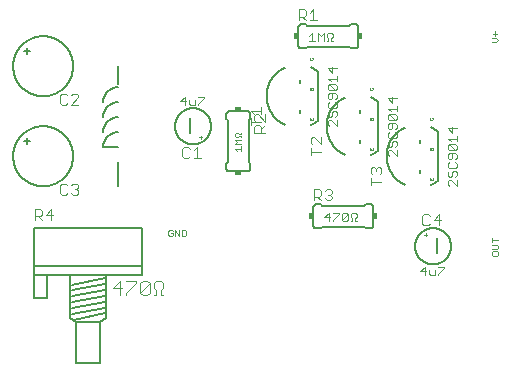
<source format=gto>
G75*
%MOIN*%
%OFA0B0*%
%FSLAX25Y25*%
%IPPOS*%
%LPD*%
%AMOC8*
5,1,8,0,0,1.08239X$1,22.5*
%
%ADD10C,0.00300*%
%ADD11C,0.00500*%
%ADD12R,0.00900X0.05400*%
%ADD13C,0.00600*%
%ADD14C,0.00200*%
%ADD15R,0.01500X0.02000*%
%ADD16C,0.00400*%
%ADD17R,0.02000X0.01500*%
%ADD18C,0.00800*%
%ADD19C,0.00100*%
D10*
X0028166Y0048987D02*
X0028166Y0052690D01*
X0030018Y0052690D01*
X0030635Y0052073D01*
X0030635Y0050839D01*
X0030018Y0050221D01*
X0028166Y0050221D01*
X0029401Y0050221D02*
X0030635Y0048987D01*
X0031850Y0050839D02*
X0034318Y0050839D01*
X0033701Y0052690D02*
X0033701Y0048987D01*
X0031850Y0050839D02*
X0033701Y0052690D01*
X0037284Y0057487D02*
X0038518Y0057487D01*
X0039135Y0058104D01*
X0040350Y0058104D02*
X0040967Y0057487D01*
X0042201Y0057487D01*
X0042818Y0058104D01*
X0042818Y0058721D01*
X0042201Y0059339D01*
X0041584Y0059339D01*
X0042201Y0059339D02*
X0042818Y0059956D01*
X0042818Y0060573D01*
X0042201Y0061190D01*
X0040967Y0061190D01*
X0040350Y0060573D01*
X0039135Y0060573D02*
X0038518Y0061190D01*
X0037284Y0061190D01*
X0036666Y0060573D01*
X0036666Y0058104D01*
X0037284Y0057487D01*
X0077483Y0070354D02*
X0078101Y0069737D01*
X0079335Y0069737D01*
X0079952Y0070354D01*
X0081166Y0069737D02*
X0083635Y0069737D01*
X0082401Y0069737D02*
X0082401Y0073440D01*
X0081166Y0072206D01*
X0079952Y0072823D02*
X0079335Y0073440D01*
X0078101Y0073440D01*
X0077483Y0072823D01*
X0077483Y0070354D01*
X0083516Y0076087D02*
X0083516Y0076587D01*
X0083016Y0076587D01*
X0083516Y0076587D02*
X0083516Y0077087D01*
X0083516Y0076587D02*
X0084016Y0076587D01*
X0082640Y0087237D02*
X0082640Y0087721D01*
X0084575Y0089656D01*
X0084575Y0090139D01*
X0082640Y0090139D01*
X0081628Y0089172D02*
X0081628Y0087237D01*
X0080177Y0087237D01*
X0079693Y0087721D01*
X0079693Y0089172D01*
X0078682Y0088688D02*
X0076747Y0088688D01*
X0078198Y0090139D01*
X0078198Y0087237D01*
X0042818Y0087487D02*
X0040350Y0087487D01*
X0042818Y0089956D01*
X0042818Y0090573D01*
X0042201Y0091190D01*
X0040967Y0091190D01*
X0040350Y0090573D01*
X0039135Y0090573D02*
X0038518Y0091190D01*
X0037284Y0091190D01*
X0036666Y0090573D01*
X0036666Y0088104D01*
X0037284Y0087487D01*
X0038518Y0087487D01*
X0039135Y0088104D01*
X0119766Y0108587D02*
X0121701Y0108587D01*
X0119766Y0108587D01*
X0120734Y0108587D02*
X0120734Y0111489D01*
X0119766Y0110522D01*
X0120734Y0111489D01*
X0120734Y0108587D01*
X0122713Y0108587D02*
X0122713Y0111489D01*
X0123680Y0110522D01*
X0124648Y0111489D01*
X0124648Y0108587D01*
X0124648Y0111489D01*
X0123680Y0110522D01*
X0122713Y0111489D01*
X0122713Y0108587D01*
X0125660Y0108587D02*
X0126143Y0108587D01*
X0126143Y0109554D01*
X0125660Y0110038D01*
X0125660Y0111006D01*
X0126143Y0111489D01*
X0127111Y0111489D01*
X0127594Y0111006D01*
X0127594Y0110038D01*
X0127111Y0109554D01*
X0127111Y0108587D01*
X0127594Y0108587D01*
X0127111Y0108587D01*
X0127111Y0109554D01*
X0127594Y0110038D01*
X0127594Y0111006D01*
X0127111Y0111489D01*
X0126143Y0111489D01*
X0125660Y0111006D01*
X0125660Y0110038D01*
X0126143Y0109554D01*
X0126143Y0108587D01*
X0125660Y0108587D01*
X0127415Y0100101D02*
X0127415Y0098166D01*
X0125964Y0099617D01*
X0128866Y0099617D01*
X0128866Y0097155D02*
X0128866Y0095220D01*
X0128866Y0096187D02*
X0125964Y0096187D01*
X0126931Y0095220D01*
X0126448Y0094208D02*
X0128383Y0092273D01*
X0128866Y0092757D01*
X0128866Y0093724D01*
X0128383Y0094208D01*
X0126448Y0094208D01*
X0125964Y0093724D01*
X0125964Y0092757D01*
X0126448Y0092273D01*
X0128383Y0092273D01*
X0128383Y0091262D02*
X0126448Y0091262D01*
X0125964Y0090778D01*
X0125964Y0089810D01*
X0126448Y0089327D01*
X0126931Y0089327D01*
X0127415Y0089810D01*
X0127415Y0091262D01*
X0128383Y0091262D02*
X0128866Y0090778D01*
X0128866Y0089810D01*
X0128383Y0089327D01*
X0128383Y0088315D02*
X0128866Y0087831D01*
X0128866Y0086864D01*
X0128383Y0086380D01*
X0126448Y0086380D01*
X0125964Y0086864D01*
X0125964Y0087831D01*
X0126448Y0088315D01*
X0126448Y0085369D02*
X0125964Y0084885D01*
X0125964Y0083917D01*
X0126448Y0083434D01*
X0126931Y0083434D01*
X0127415Y0083917D01*
X0127415Y0084885D01*
X0127899Y0085369D01*
X0128383Y0085369D01*
X0128866Y0084885D01*
X0128866Y0083917D01*
X0128383Y0083434D01*
X0128866Y0082422D02*
X0128866Y0080487D01*
X0126931Y0082422D01*
X0126448Y0082422D01*
X0125964Y0081938D01*
X0125964Y0080971D01*
X0126448Y0080487D01*
X0145964Y0080778D02*
X0145964Y0079810D01*
X0146448Y0079327D01*
X0146931Y0079327D01*
X0147415Y0079810D01*
X0147415Y0081262D01*
X0146448Y0081262D02*
X0145964Y0080778D01*
X0146448Y0081262D02*
X0148383Y0081262D01*
X0148866Y0080778D01*
X0148866Y0079810D01*
X0148383Y0079327D01*
X0148383Y0078315D02*
X0148866Y0077831D01*
X0148866Y0076864D01*
X0148383Y0076380D01*
X0146448Y0076380D01*
X0145964Y0076864D01*
X0145964Y0077831D01*
X0146448Y0078315D01*
X0146448Y0075369D02*
X0145964Y0074885D01*
X0145964Y0073917D01*
X0146448Y0073434D01*
X0146931Y0073434D01*
X0147415Y0073917D01*
X0147415Y0074885D01*
X0147899Y0075369D01*
X0148383Y0075369D01*
X0148866Y0074885D01*
X0148866Y0073917D01*
X0148383Y0073434D01*
X0148866Y0072422D02*
X0148866Y0070487D01*
X0146931Y0072422D01*
X0146448Y0072422D01*
X0145964Y0071938D01*
X0145964Y0070971D01*
X0146448Y0070487D01*
X0146448Y0082273D02*
X0145964Y0082757D01*
X0145964Y0083724D01*
X0146448Y0084208D01*
X0148383Y0082273D01*
X0148866Y0082757D01*
X0148866Y0083724D01*
X0148383Y0084208D01*
X0146448Y0084208D01*
X0146931Y0085220D02*
X0145964Y0086187D01*
X0148866Y0086187D01*
X0148866Y0085220D02*
X0148866Y0087155D01*
X0147415Y0088166D02*
X0147415Y0090101D01*
X0145964Y0089617D02*
X0147415Y0088166D01*
X0148866Y0089617D02*
X0145964Y0089617D01*
X0146448Y0082273D02*
X0148383Y0082273D01*
X0165964Y0079617D02*
X0167415Y0078166D01*
X0167415Y0080101D01*
X0168866Y0079617D02*
X0165964Y0079617D01*
X0168866Y0077155D02*
X0168866Y0075220D01*
X0168866Y0076187D02*
X0165964Y0076187D01*
X0166931Y0075220D01*
X0166448Y0074208D02*
X0165964Y0073724D01*
X0165964Y0072757D01*
X0166448Y0072273D01*
X0168383Y0072273D01*
X0166448Y0074208D01*
X0168383Y0074208D01*
X0168866Y0073724D01*
X0168866Y0072757D01*
X0168383Y0072273D01*
X0168383Y0071262D02*
X0166448Y0071262D01*
X0165964Y0070778D01*
X0165964Y0069810D01*
X0166448Y0069327D01*
X0166931Y0069327D01*
X0167415Y0069810D01*
X0167415Y0071262D01*
X0168383Y0071262D02*
X0168866Y0070778D01*
X0168866Y0069810D01*
X0168383Y0069327D01*
X0168383Y0068315D02*
X0168866Y0067831D01*
X0168866Y0066864D01*
X0168383Y0066380D01*
X0166448Y0066380D01*
X0165964Y0066864D01*
X0165964Y0067831D01*
X0166448Y0068315D01*
X0166448Y0065369D02*
X0165964Y0064885D01*
X0165964Y0063917D01*
X0166448Y0063434D01*
X0166931Y0063434D01*
X0167415Y0063917D01*
X0167415Y0064885D01*
X0167899Y0065369D01*
X0168383Y0065369D01*
X0168866Y0064885D01*
X0168866Y0063917D01*
X0168383Y0063434D01*
X0168866Y0062422D02*
X0168866Y0060487D01*
X0166931Y0062422D01*
X0166448Y0062422D01*
X0165964Y0061938D01*
X0165964Y0060971D01*
X0166448Y0060487D01*
X0163018Y0050940D02*
X0161166Y0049089D01*
X0163635Y0049089D01*
X0163018Y0050940D02*
X0163018Y0047237D01*
X0159952Y0047854D02*
X0159335Y0047237D01*
X0158101Y0047237D01*
X0157483Y0047854D01*
X0157483Y0050323D01*
X0158101Y0050940D01*
X0159335Y0050940D01*
X0159952Y0050323D01*
X0158516Y0044587D02*
X0158516Y0044087D01*
X0159016Y0044087D01*
X0158516Y0044087D02*
X0158516Y0043587D01*
X0158516Y0044087D02*
X0158016Y0044087D01*
X0158198Y0033439D02*
X0156747Y0031988D01*
X0158682Y0031988D01*
X0159693Y0032472D02*
X0159693Y0031021D01*
X0160177Y0030537D01*
X0161628Y0030537D01*
X0161628Y0032472D01*
X0162640Y0033439D02*
X0164575Y0033439D01*
X0164575Y0032956D01*
X0162640Y0031021D01*
X0162640Y0030537D01*
X0158198Y0030537D02*
X0158198Y0033439D01*
X0135541Y0048587D02*
X0135057Y0048587D01*
X0135057Y0049554D01*
X0135541Y0050038D01*
X0135541Y0051006D01*
X0135057Y0051489D01*
X0134090Y0051489D01*
X0133606Y0051006D01*
X0133606Y0050038D01*
X0134090Y0049554D01*
X0134090Y0048587D01*
X0133606Y0048587D01*
X0134090Y0048587D01*
X0134090Y0049554D01*
X0133606Y0050038D01*
X0133606Y0051006D01*
X0134090Y0051489D01*
X0135057Y0051489D01*
X0135541Y0051006D01*
X0135541Y0050038D01*
X0135057Y0049554D01*
X0135057Y0048587D01*
X0135541Y0048587D01*
X0132594Y0049071D02*
X0132594Y0051006D01*
X0130660Y0049071D01*
X0131143Y0048587D01*
X0132111Y0048587D01*
X0132594Y0049071D01*
X0132111Y0048587D01*
X0131143Y0048587D01*
X0130660Y0049071D01*
X0130660Y0051006D01*
X0131143Y0051489D01*
X0132111Y0051489D01*
X0132594Y0051006D01*
X0130660Y0049071D01*
X0130660Y0051006D01*
X0131143Y0051489D01*
X0132111Y0051489D01*
X0132594Y0051006D01*
X0132594Y0049071D01*
X0129648Y0051006D02*
X0127713Y0049071D01*
X0127713Y0048587D01*
X0127713Y0049071D01*
X0129648Y0051006D01*
X0129648Y0051489D01*
X0127713Y0051489D01*
X0129648Y0051489D01*
X0129648Y0051006D01*
X0126701Y0050038D02*
X0124766Y0050038D01*
X0126218Y0051489D01*
X0126218Y0048587D01*
X0126218Y0051489D01*
X0124766Y0050038D01*
X0126701Y0050038D01*
D11*
X0156516Y0064809D02*
X0156516Y0065865D01*
X0162516Y0062089D02*
X0162516Y0078585D01*
X0156516Y0075865D02*
X0156516Y0074809D01*
X0160394Y0079883D02*
X0160619Y0079776D01*
X0160842Y0079664D01*
X0161062Y0079547D01*
X0161279Y0079425D01*
X0161494Y0079297D01*
X0161705Y0079164D01*
X0161913Y0079027D01*
X0162117Y0078884D01*
X0162319Y0078737D01*
X0162516Y0078585D01*
X0151544Y0079837D02*
X0151314Y0079725D01*
X0151087Y0079608D01*
X0150863Y0079486D01*
X0150642Y0079358D01*
X0150425Y0079224D01*
X0150210Y0079086D01*
X0149999Y0078942D01*
X0149792Y0078793D01*
X0149588Y0078639D01*
X0149388Y0078481D01*
X0149192Y0078317D01*
X0149000Y0078149D01*
X0148812Y0077976D01*
X0148628Y0077798D01*
X0148449Y0077617D01*
X0148274Y0077430D01*
X0148104Y0077240D01*
X0147939Y0077046D01*
X0147778Y0076847D01*
X0147622Y0076645D01*
X0147471Y0076439D01*
X0147325Y0076229D01*
X0147185Y0076016D01*
X0147049Y0075800D01*
X0146919Y0075580D01*
X0146794Y0075357D01*
X0146675Y0075132D01*
X0146561Y0074903D01*
X0146453Y0074672D01*
X0146350Y0074438D01*
X0146253Y0074202D01*
X0146162Y0073963D01*
X0146077Y0073723D01*
X0145997Y0073480D01*
X0145924Y0073235D01*
X0145856Y0072989D01*
X0145795Y0072741D01*
X0145740Y0072492D01*
X0145690Y0072242D01*
X0145647Y0071990D01*
X0145610Y0071737D01*
X0145579Y0071484D01*
X0145554Y0071230D01*
X0145535Y0070975D01*
X0145523Y0070720D01*
X0145517Y0070465D01*
X0145517Y0070209D01*
X0145523Y0069954D01*
X0145535Y0069699D01*
X0145554Y0069444D01*
X0145579Y0069190D01*
X0145610Y0068937D01*
X0145647Y0068684D01*
X0145690Y0068432D01*
X0145740Y0068182D01*
X0145795Y0067933D01*
X0145856Y0067685D01*
X0145924Y0067439D01*
X0145997Y0067194D01*
X0146077Y0066951D01*
X0146162Y0066711D01*
X0146253Y0066472D01*
X0146350Y0066236D01*
X0146453Y0066002D01*
X0146561Y0065771D01*
X0146675Y0065542D01*
X0146794Y0065317D01*
X0146919Y0065094D01*
X0147049Y0064874D01*
X0147185Y0064658D01*
X0147325Y0064445D01*
X0147471Y0064235D01*
X0147622Y0064029D01*
X0147778Y0063827D01*
X0147939Y0063628D01*
X0148104Y0063434D01*
X0148274Y0063244D01*
X0148449Y0063057D01*
X0148628Y0062876D01*
X0148812Y0062698D01*
X0149000Y0062525D01*
X0149192Y0062357D01*
X0149388Y0062193D01*
X0149588Y0062035D01*
X0149792Y0061881D01*
X0149999Y0061732D01*
X0150210Y0061588D01*
X0150425Y0061450D01*
X0150642Y0061316D01*
X0150863Y0061188D01*
X0151087Y0061066D01*
X0151314Y0060949D01*
X0151544Y0060837D01*
X0160488Y0060835D02*
X0160703Y0060939D01*
X0160916Y0061048D01*
X0161126Y0061162D01*
X0161333Y0061281D01*
X0161538Y0061404D01*
X0161740Y0061532D01*
X0161939Y0061665D01*
X0162134Y0061802D01*
X0162327Y0061943D01*
X0162516Y0062089D01*
X0142516Y0072089D02*
X0142516Y0088585D01*
X0136516Y0085865D02*
X0136516Y0084809D01*
X0140394Y0089883D02*
X0140619Y0089776D01*
X0140842Y0089664D01*
X0141062Y0089547D01*
X0141279Y0089425D01*
X0141494Y0089297D01*
X0141705Y0089164D01*
X0141913Y0089027D01*
X0142117Y0088884D01*
X0142319Y0088737D01*
X0142516Y0088585D01*
X0131544Y0089837D02*
X0131314Y0089725D01*
X0131087Y0089608D01*
X0130863Y0089486D01*
X0130642Y0089358D01*
X0130425Y0089224D01*
X0130210Y0089086D01*
X0129999Y0088942D01*
X0129792Y0088793D01*
X0129588Y0088639D01*
X0129388Y0088481D01*
X0129192Y0088317D01*
X0129000Y0088149D01*
X0128812Y0087976D01*
X0128628Y0087798D01*
X0128449Y0087617D01*
X0128274Y0087430D01*
X0128104Y0087240D01*
X0127939Y0087046D01*
X0127778Y0086847D01*
X0127622Y0086645D01*
X0127471Y0086439D01*
X0127325Y0086229D01*
X0127185Y0086016D01*
X0127049Y0085800D01*
X0126919Y0085580D01*
X0126794Y0085357D01*
X0126675Y0085132D01*
X0126561Y0084903D01*
X0126453Y0084672D01*
X0126350Y0084438D01*
X0126253Y0084202D01*
X0126162Y0083963D01*
X0126077Y0083723D01*
X0125997Y0083480D01*
X0125924Y0083235D01*
X0125856Y0082989D01*
X0125795Y0082741D01*
X0125740Y0082492D01*
X0125690Y0082242D01*
X0125647Y0081990D01*
X0125610Y0081737D01*
X0125579Y0081484D01*
X0125554Y0081230D01*
X0125535Y0080975D01*
X0125523Y0080720D01*
X0125517Y0080465D01*
X0125517Y0080209D01*
X0125523Y0079954D01*
X0125535Y0079699D01*
X0125554Y0079444D01*
X0125579Y0079190D01*
X0125610Y0078937D01*
X0125647Y0078684D01*
X0125690Y0078432D01*
X0125740Y0078182D01*
X0125795Y0077933D01*
X0125856Y0077685D01*
X0125924Y0077439D01*
X0125997Y0077194D01*
X0126077Y0076951D01*
X0126162Y0076711D01*
X0126253Y0076472D01*
X0126350Y0076236D01*
X0126453Y0076002D01*
X0126561Y0075771D01*
X0126675Y0075542D01*
X0126794Y0075317D01*
X0126919Y0075094D01*
X0127049Y0074874D01*
X0127185Y0074658D01*
X0127325Y0074445D01*
X0127471Y0074235D01*
X0127622Y0074029D01*
X0127778Y0073827D01*
X0127939Y0073628D01*
X0128104Y0073434D01*
X0128274Y0073244D01*
X0128449Y0073057D01*
X0128628Y0072876D01*
X0128812Y0072698D01*
X0129000Y0072525D01*
X0129192Y0072357D01*
X0129388Y0072193D01*
X0129588Y0072035D01*
X0129792Y0071881D01*
X0129999Y0071732D01*
X0130210Y0071588D01*
X0130425Y0071450D01*
X0130642Y0071316D01*
X0130863Y0071188D01*
X0131087Y0071066D01*
X0131314Y0070949D01*
X0131544Y0070837D01*
X0136516Y0074809D02*
X0136516Y0075865D01*
X0140488Y0070835D02*
X0140703Y0070939D01*
X0140916Y0071048D01*
X0141126Y0071162D01*
X0141333Y0071281D01*
X0141538Y0071404D01*
X0141740Y0071532D01*
X0141939Y0071665D01*
X0142134Y0071802D01*
X0142327Y0071943D01*
X0142516Y0072089D01*
X0122516Y0082089D02*
X0122516Y0098585D01*
X0116516Y0095865D02*
X0116516Y0094809D01*
X0120394Y0099883D02*
X0120619Y0099776D01*
X0120842Y0099664D01*
X0121062Y0099547D01*
X0121279Y0099425D01*
X0121494Y0099297D01*
X0121705Y0099164D01*
X0121913Y0099027D01*
X0122117Y0098884D01*
X0122319Y0098737D01*
X0122516Y0098585D01*
X0111544Y0099837D02*
X0111314Y0099725D01*
X0111087Y0099608D01*
X0110863Y0099486D01*
X0110642Y0099358D01*
X0110425Y0099224D01*
X0110210Y0099086D01*
X0109999Y0098942D01*
X0109792Y0098793D01*
X0109588Y0098639D01*
X0109388Y0098481D01*
X0109192Y0098317D01*
X0109000Y0098149D01*
X0108812Y0097976D01*
X0108628Y0097798D01*
X0108449Y0097617D01*
X0108274Y0097430D01*
X0108104Y0097240D01*
X0107939Y0097046D01*
X0107778Y0096847D01*
X0107622Y0096645D01*
X0107471Y0096439D01*
X0107325Y0096229D01*
X0107185Y0096016D01*
X0107049Y0095800D01*
X0106919Y0095580D01*
X0106794Y0095357D01*
X0106675Y0095132D01*
X0106561Y0094903D01*
X0106453Y0094672D01*
X0106350Y0094438D01*
X0106253Y0094202D01*
X0106162Y0093963D01*
X0106077Y0093723D01*
X0105997Y0093480D01*
X0105924Y0093235D01*
X0105856Y0092989D01*
X0105795Y0092741D01*
X0105740Y0092492D01*
X0105690Y0092242D01*
X0105647Y0091990D01*
X0105610Y0091737D01*
X0105579Y0091484D01*
X0105554Y0091230D01*
X0105535Y0090975D01*
X0105523Y0090720D01*
X0105517Y0090465D01*
X0105517Y0090209D01*
X0105523Y0089954D01*
X0105535Y0089699D01*
X0105554Y0089444D01*
X0105579Y0089190D01*
X0105610Y0088937D01*
X0105647Y0088684D01*
X0105690Y0088432D01*
X0105740Y0088182D01*
X0105795Y0087933D01*
X0105856Y0087685D01*
X0105924Y0087439D01*
X0105997Y0087194D01*
X0106077Y0086951D01*
X0106162Y0086711D01*
X0106253Y0086472D01*
X0106350Y0086236D01*
X0106453Y0086002D01*
X0106561Y0085771D01*
X0106675Y0085542D01*
X0106794Y0085317D01*
X0106919Y0085094D01*
X0107049Y0084874D01*
X0107185Y0084658D01*
X0107325Y0084445D01*
X0107471Y0084235D01*
X0107622Y0084029D01*
X0107778Y0083827D01*
X0107939Y0083628D01*
X0108104Y0083434D01*
X0108274Y0083244D01*
X0108449Y0083057D01*
X0108628Y0082876D01*
X0108812Y0082698D01*
X0109000Y0082525D01*
X0109192Y0082357D01*
X0109388Y0082193D01*
X0109588Y0082035D01*
X0109792Y0081881D01*
X0109999Y0081732D01*
X0110210Y0081588D01*
X0110425Y0081450D01*
X0110642Y0081316D01*
X0110863Y0081188D01*
X0111087Y0081066D01*
X0111314Y0080949D01*
X0111544Y0080837D01*
X0116516Y0084809D02*
X0116516Y0085865D01*
X0120488Y0080835D02*
X0120703Y0080939D01*
X0120916Y0081048D01*
X0121126Y0081162D01*
X0121333Y0081281D01*
X0121538Y0081404D01*
X0121740Y0081532D01*
X0121939Y0081665D01*
X0122134Y0081802D01*
X0122327Y0081943D01*
X0122516Y0082089D01*
X0075016Y0080337D02*
X0075018Y0080491D01*
X0075024Y0080646D01*
X0075034Y0080800D01*
X0075048Y0080954D01*
X0075066Y0081107D01*
X0075087Y0081260D01*
X0075113Y0081413D01*
X0075143Y0081564D01*
X0075176Y0081715D01*
X0075214Y0081865D01*
X0075255Y0082014D01*
X0075300Y0082162D01*
X0075349Y0082308D01*
X0075402Y0082454D01*
X0075458Y0082597D01*
X0075518Y0082740D01*
X0075582Y0082880D01*
X0075649Y0083020D01*
X0075720Y0083157D01*
X0075794Y0083292D01*
X0075872Y0083426D01*
X0075953Y0083557D01*
X0076038Y0083686D01*
X0076126Y0083814D01*
X0076217Y0083938D01*
X0076311Y0084061D01*
X0076409Y0084181D01*
X0076509Y0084298D01*
X0076613Y0084413D01*
X0076719Y0084525D01*
X0076828Y0084634D01*
X0076940Y0084740D01*
X0077055Y0084844D01*
X0077172Y0084944D01*
X0077292Y0085042D01*
X0077415Y0085136D01*
X0077539Y0085227D01*
X0077667Y0085315D01*
X0077796Y0085400D01*
X0077927Y0085481D01*
X0078061Y0085559D01*
X0078196Y0085633D01*
X0078333Y0085704D01*
X0078473Y0085771D01*
X0078613Y0085835D01*
X0078756Y0085895D01*
X0078899Y0085951D01*
X0079045Y0086004D01*
X0079191Y0086053D01*
X0079339Y0086098D01*
X0079488Y0086139D01*
X0079638Y0086177D01*
X0079789Y0086210D01*
X0079940Y0086240D01*
X0080093Y0086266D01*
X0080246Y0086287D01*
X0080399Y0086305D01*
X0080553Y0086319D01*
X0080707Y0086329D01*
X0080862Y0086335D01*
X0081016Y0086337D01*
X0081170Y0086335D01*
X0081325Y0086329D01*
X0081479Y0086319D01*
X0081633Y0086305D01*
X0081786Y0086287D01*
X0081939Y0086266D01*
X0082092Y0086240D01*
X0082243Y0086210D01*
X0082394Y0086177D01*
X0082544Y0086139D01*
X0082693Y0086098D01*
X0082841Y0086053D01*
X0082987Y0086004D01*
X0083133Y0085951D01*
X0083276Y0085895D01*
X0083419Y0085835D01*
X0083559Y0085771D01*
X0083699Y0085704D01*
X0083836Y0085633D01*
X0083971Y0085559D01*
X0084105Y0085481D01*
X0084236Y0085400D01*
X0084365Y0085315D01*
X0084493Y0085227D01*
X0084617Y0085136D01*
X0084740Y0085042D01*
X0084860Y0084944D01*
X0084977Y0084844D01*
X0085092Y0084740D01*
X0085204Y0084634D01*
X0085313Y0084525D01*
X0085419Y0084413D01*
X0085523Y0084298D01*
X0085623Y0084181D01*
X0085721Y0084061D01*
X0085815Y0083938D01*
X0085906Y0083814D01*
X0085994Y0083686D01*
X0086079Y0083557D01*
X0086160Y0083426D01*
X0086238Y0083292D01*
X0086312Y0083157D01*
X0086383Y0083020D01*
X0086450Y0082880D01*
X0086514Y0082740D01*
X0086574Y0082597D01*
X0086630Y0082454D01*
X0086683Y0082308D01*
X0086732Y0082162D01*
X0086777Y0082014D01*
X0086818Y0081865D01*
X0086856Y0081715D01*
X0086889Y0081564D01*
X0086919Y0081413D01*
X0086945Y0081260D01*
X0086966Y0081107D01*
X0086984Y0080954D01*
X0086998Y0080800D01*
X0087008Y0080646D01*
X0087014Y0080491D01*
X0087016Y0080337D01*
X0087014Y0080183D01*
X0087008Y0080028D01*
X0086998Y0079874D01*
X0086984Y0079720D01*
X0086966Y0079567D01*
X0086945Y0079414D01*
X0086919Y0079261D01*
X0086889Y0079110D01*
X0086856Y0078959D01*
X0086818Y0078809D01*
X0086777Y0078660D01*
X0086732Y0078512D01*
X0086683Y0078366D01*
X0086630Y0078220D01*
X0086574Y0078077D01*
X0086514Y0077934D01*
X0086450Y0077794D01*
X0086383Y0077654D01*
X0086312Y0077517D01*
X0086238Y0077382D01*
X0086160Y0077248D01*
X0086079Y0077117D01*
X0085994Y0076988D01*
X0085906Y0076860D01*
X0085815Y0076736D01*
X0085721Y0076613D01*
X0085623Y0076493D01*
X0085523Y0076376D01*
X0085419Y0076261D01*
X0085313Y0076149D01*
X0085204Y0076040D01*
X0085092Y0075934D01*
X0084977Y0075830D01*
X0084860Y0075730D01*
X0084740Y0075632D01*
X0084617Y0075538D01*
X0084493Y0075447D01*
X0084365Y0075359D01*
X0084236Y0075274D01*
X0084105Y0075193D01*
X0083971Y0075115D01*
X0083836Y0075041D01*
X0083699Y0074970D01*
X0083559Y0074903D01*
X0083419Y0074839D01*
X0083276Y0074779D01*
X0083133Y0074723D01*
X0082987Y0074670D01*
X0082841Y0074621D01*
X0082693Y0074576D01*
X0082544Y0074535D01*
X0082394Y0074497D01*
X0082243Y0074464D01*
X0082092Y0074434D01*
X0081939Y0074408D01*
X0081786Y0074387D01*
X0081633Y0074369D01*
X0081479Y0074355D01*
X0081325Y0074345D01*
X0081170Y0074339D01*
X0081016Y0074337D01*
X0080862Y0074339D01*
X0080707Y0074345D01*
X0080553Y0074355D01*
X0080399Y0074369D01*
X0080246Y0074387D01*
X0080093Y0074408D01*
X0079940Y0074434D01*
X0079789Y0074464D01*
X0079638Y0074497D01*
X0079488Y0074535D01*
X0079339Y0074576D01*
X0079191Y0074621D01*
X0079045Y0074670D01*
X0078899Y0074723D01*
X0078756Y0074779D01*
X0078613Y0074839D01*
X0078473Y0074903D01*
X0078333Y0074970D01*
X0078196Y0075041D01*
X0078061Y0075115D01*
X0077927Y0075193D01*
X0077796Y0075274D01*
X0077667Y0075359D01*
X0077539Y0075447D01*
X0077415Y0075538D01*
X0077292Y0075632D01*
X0077172Y0075730D01*
X0077055Y0075830D01*
X0076940Y0075934D01*
X0076828Y0076040D01*
X0076719Y0076149D01*
X0076613Y0076261D01*
X0076509Y0076376D01*
X0076409Y0076493D01*
X0076311Y0076613D01*
X0076217Y0076736D01*
X0076126Y0076860D01*
X0076038Y0076988D01*
X0075953Y0077117D01*
X0075872Y0077248D01*
X0075794Y0077382D01*
X0075720Y0077517D01*
X0075649Y0077654D01*
X0075582Y0077794D01*
X0075518Y0077934D01*
X0075458Y0078077D01*
X0075402Y0078220D01*
X0075349Y0078366D01*
X0075300Y0078512D01*
X0075255Y0078660D01*
X0075214Y0078809D01*
X0075176Y0078959D01*
X0075143Y0079110D01*
X0075113Y0079261D01*
X0075087Y0079414D01*
X0075066Y0079567D01*
X0075048Y0079720D01*
X0075034Y0079874D01*
X0075024Y0080028D01*
X0075018Y0080183D01*
X0075016Y0080337D01*
X0056016Y0083337D02*
X0055876Y0083335D01*
X0055736Y0083329D01*
X0055596Y0083319D01*
X0055456Y0083306D01*
X0055317Y0083288D01*
X0055178Y0083266D01*
X0055041Y0083241D01*
X0054903Y0083212D01*
X0054767Y0083179D01*
X0054632Y0083142D01*
X0054498Y0083101D01*
X0054365Y0083056D01*
X0054233Y0083008D01*
X0054103Y0082956D01*
X0053974Y0082901D01*
X0053847Y0082842D01*
X0053721Y0082779D01*
X0053597Y0082713D01*
X0053476Y0082644D01*
X0053356Y0082571D01*
X0053238Y0082494D01*
X0053123Y0082415D01*
X0053009Y0082332D01*
X0052899Y0082246D01*
X0052790Y0082157D01*
X0052684Y0082065D01*
X0052581Y0081970D01*
X0052480Y0081873D01*
X0052383Y0081772D01*
X0052288Y0081669D01*
X0052196Y0081563D01*
X0052107Y0081454D01*
X0052021Y0081344D01*
X0051938Y0081230D01*
X0051859Y0081115D01*
X0051782Y0080997D01*
X0051709Y0080877D01*
X0051640Y0080756D01*
X0051574Y0080632D01*
X0051511Y0080506D01*
X0051452Y0080379D01*
X0051397Y0080250D01*
X0051345Y0080120D01*
X0051297Y0079988D01*
X0051252Y0079855D01*
X0051211Y0079721D01*
X0051174Y0079586D01*
X0051141Y0079450D01*
X0051112Y0079312D01*
X0051087Y0079175D01*
X0051065Y0079036D01*
X0051047Y0078897D01*
X0051034Y0078757D01*
X0051024Y0078617D01*
X0051018Y0078477D01*
X0051016Y0078337D01*
X0051016Y0073337D02*
X0056016Y0073337D01*
X0056016Y0078337D02*
X0055876Y0078335D01*
X0055736Y0078329D01*
X0055596Y0078319D01*
X0055456Y0078306D01*
X0055317Y0078288D01*
X0055178Y0078266D01*
X0055041Y0078241D01*
X0054903Y0078212D01*
X0054767Y0078179D01*
X0054632Y0078142D01*
X0054498Y0078101D01*
X0054365Y0078056D01*
X0054233Y0078008D01*
X0054103Y0077956D01*
X0053974Y0077901D01*
X0053847Y0077842D01*
X0053721Y0077779D01*
X0053597Y0077713D01*
X0053476Y0077644D01*
X0053356Y0077571D01*
X0053238Y0077494D01*
X0053123Y0077415D01*
X0053009Y0077332D01*
X0052899Y0077246D01*
X0052790Y0077157D01*
X0052684Y0077065D01*
X0052581Y0076970D01*
X0052480Y0076873D01*
X0052383Y0076772D01*
X0052288Y0076669D01*
X0052196Y0076563D01*
X0052107Y0076454D01*
X0052021Y0076344D01*
X0051938Y0076230D01*
X0051859Y0076115D01*
X0051782Y0075997D01*
X0051709Y0075877D01*
X0051640Y0075756D01*
X0051574Y0075632D01*
X0051511Y0075506D01*
X0051452Y0075379D01*
X0051397Y0075250D01*
X0051345Y0075120D01*
X0051297Y0074988D01*
X0051252Y0074855D01*
X0051211Y0074721D01*
X0051174Y0074586D01*
X0051141Y0074450D01*
X0051112Y0074312D01*
X0051087Y0074175D01*
X0051065Y0074036D01*
X0051047Y0073897D01*
X0051034Y0073757D01*
X0051024Y0073617D01*
X0051018Y0073477D01*
X0051016Y0073337D01*
X0056016Y0068337D02*
X0056016Y0060337D01*
X0051016Y0083337D02*
X0051018Y0083477D01*
X0051024Y0083617D01*
X0051034Y0083757D01*
X0051047Y0083897D01*
X0051065Y0084036D01*
X0051087Y0084175D01*
X0051112Y0084312D01*
X0051141Y0084450D01*
X0051174Y0084586D01*
X0051211Y0084721D01*
X0051252Y0084855D01*
X0051297Y0084988D01*
X0051345Y0085120D01*
X0051397Y0085250D01*
X0051452Y0085379D01*
X0051511Y0085506D01*
X0051574Y0085632D01*
X0051640Y0085756D01*
X0051709Y0085877D01*
X0051782Y0085997D01*
X0051859Y0086115D01*
X0051938Y0086230D01*
X0052021Y0086344D01*
X0052107Y0086454D01*
X0052196Y0086563D01*
X0052288Y0086669D01*
X0052383Y0086772D01*
X0052480Y0086873D01*
X0052581Y0086970D01*
X0052684Y0087065D01*
X0052790Y0087157D01*
X0052899Y0087246D01*
X0053009Y0087332D01*
X0053123Y0087415D01*
X0053238Y0087494D01*
X0053356Y0087571D01*
X0053476Y0087644D01*
X0053597Y0087713D01*
X0053721Y0087779D01*
X0053847Y0087842D01*
X0053974Y0087901D01*
X0054103Y0087956D01*
X0054233Y0088008D01*
X0054365Y0088056D01*
X0054498Y0088101D01*
X0054632Y0088142D01*
X0054767Y0088179D01*
X0054903Y0088212D01*
X0055041Y0088241D01*
X0055178Y0088266D01*
X0055317Y0088288D01*
X0055456Y0088306D01*
X0055596Y0088319D01*
X0055736Y0088329D01*
X0055876Y0088335D01*
X0056016Y0088337D01*
X0056016Y0093337D02*
X0055876Y0093335D01*
X0055736Y0093329D01*
X0055596Y0093319D01*
X0055456Y0093306D01*
X0055317Y0093288D01*
X0055178Y0093266D01*
X0055041Y0093241D01*
X0054903Y0093212D01*
X0054767Y0093179D01*
X0054632Y0093142D01*
X0054498Y0093101D01*
X0054365Y0093056D01*
X0054233Y0093008D01*
X0054103Y0092956D01*
X0053974Y0092901D01*
X0053847Y0092842D01*
X0053721Y0092779D01*
X0053597Y0092713D01*
X0053476Y0092644D01*
X0053356Y0092571D01*
X0053238Y0092494D01*
X0053123Y0092415D01*
X0053009Y0092332D01*
X0052899Y0092246D01*
X0052790Y0092157D01*
X0052684Y0092065D01*
X0052581Y0091970D01*
X0052480Y0091873D01*
X0052383Y0091772D01*
X0052288Y0091669D01*
X0052196Y0091563D01*
X0052107Y0091454D01*
X0052021Y0091344D01*
X0051938Y0091230D01*
X0051859Y0091115D01*
X0051782Y0090997D01*
X0051709Y0090877D01*
X0051640Y0090756D01*
X0051574Y0090632D01*
X0051511Y0090506D01*
X0051452Y0090379D01*
X0051397Y0090250D01*
X0051345Y0090120D01*
X0051297Y0089988D01*
X0051252Y0089855D01*
X0051211Y0089721D01*
X0051174Y0089586D01*
X0051141Y0089450D01*
X0051112Y0089312D01*
X0051087Y0089175D01*
X0051065Y0089036D01*
X0051047Y0088897D01*
X0051034Y0088757D01*
X0051024Y0088617D01*
X0051018Y0088477D01*
X0051016Y0088337D01*
X0056016Y0094337D02*
X0056016Y0100337D01*
X0155016Y0040337D02*
X0155018Y0040491D01*
X0155024Y0040646D01*
X0155034Y0040800D01*
X0155048Y0040954D01*
X0155066Y0041107D01*
X0155087Y0041260D01*
X0155113Y0041413D01*
X0155143Y0041564D01*
X0155176Y0041715D01*
X0155214Y0041865D01*
X0155255Y0042014D01*
X0155300Y0042162D01*
X0155349Y0042308D01*
X0155402Y0042454D01*
X0155458Y0042597D01*
X0155518Y0042740D01*
X0155582Y0042880D01*
X0155649Y0043020D01*
X0155720Y0043157D01*
X0155794Y0043292D01*
X0155872Y0043426D01*
X0155953Y0043557D01*
X0156038Y0043686D01*
X0156126Y0043814D01*
X0156217Y0043938D01*
X0156311Y0044061D01*
X0156409Y0044181D01*
X0156509Y0044298D01*
X0156613Y0044413D01*
X0156719Y0044525D01*
X0156828Y0044634D01*
X0156940Y0044740D01*
X0157055Y0044844D01*
X0157172Y0044944D01*
X0157292Y0045042D01*
X0157415Y0045136D01*
X0157539Y0045227D01*
X0157667Y0045315D01*
X0157796Y0045400D01*
X0157927Y0045481D01*
X0158061Y0045559D01*
X0158196Y0045633D01*
X0158333Y0045704D01*
X0158473Y0045771D01*
X0158613Y0045835D01*
X0158756Y0045895D01*
X0158899Y0045951D01*
X0159045Y0046004D01*
X0159191Y0046053D01*
X0159339Y0046098D01*
X0159488Y0046139D01*
X0159638Y0046177D01*
X0159789Y0046210D01*
X0159940Y0046240D01*
X0160093Y0046266D01*
X0160246Y0046287D01*
X0160399Y0046305D01*
X0160553Y0046319D01*
X0160707Y0046329D01*
X0160862Y0046335D01*
X0161016Y0046337D01*
X0161170Y0046335D01*
X0161325Y0046329D01*
X0161479Y0046319D01*
X0161633Y0046305D01*
X0161786Y0046287D01*
X0161939Y0046266D01*
X0162092Y0046240D01*
X0162243Y0046210D01*
X0162394Y0046177D01*
X0162544Y0046139D01*
X0162693Y0046098D01*
X0162841Y0046053D01*
X0162987Y0046004D01*
X0163133Y0045951D01*
X0163276Y0045895D01*
X0163419Y0045835D01*
X0163559Y0045771D01*
X0163699Y0045704D01*
X0163836Y0045633D01*
X0163971Y0045559D01*
X0164105Y0045481D01*
X0164236Y0045400D01*
X0164365Y0045315D01*
X0164493Y0045227D01*
X0164617Y0045136D01*
X0164740Y0045042D01*
X0164860Y0044944D01*
X0164977Y0044844D01*
X0165092Y0044740D01*
X0165204Y0044634D01*
X0165313Y0044525D01*
X0165419Y0044413D01*
X0165523Y0044298D01*
X0165623Y0044181D01*
X0165721Y0044061D01*
X0165815Y0043938D01*
X0165906Y0043814D01*
X0165994Y0043686D01*
X0166079Y0043557D01*
X0166160Y0043426D01*
X0166238Y0043292D01*
X0166312Y0043157D01*
X0166383Y0043020D01*
X0166450Y0042880D01*
X0166514Y0042740D01*
X0166574Y0042597D01*
X0166630Y0042454D01*
X0166683Y0042308D01*
X0166732Y0042162D01*
X0166777Y0042014D01*
X0166818Y0041865D01*
X0166856Y0041715D01*
X0166889Y0041564D01*
X0166919Y0041413D01*
X0166945Y0041260D01*
X0166966Y0041107D01*
X0166984Y0040954D01*
X0166998Y0040800D01*
X0167008Y0040646D01*
X0167014Y0040491D01*
X0167016Y0040337D01*
X0167014Y0040183D01*
X0167008Y0040028D01*
X0166998Y0039874D01*
X0166984Y0039720D01*
X0166966Y0039567D01*
X0166945Y0039414D01*
X0166919Y0039261D01*
X0166889Y0039110D01*
X0166856Y0038959D01*
X0166818Y0038809D01*
X0166777Y0038660D01*
X0166732Y0038512D01*
X0166683Y0038366D01*
X0166630Y0038220D01*
X0166574Y0038077D01*
X0166514Y0037934D01*
X0166450Y0037794D01*
X0166383Y0037654D01*
X0166312Y0037517D01*
X0166238Y0037382D01*
X0166160Y0037248D01*
X0166079Y0037117D01*
X0165994Y0036988D01*
X0165906Y0036860D01*
X0165815Y0036736D01*
X0165721Y0036613D01*
X0165623Y0036493D01*
X0165523Y0036376D01*
X0165419Y0036261D01*
X0165313Y0036149D01*
X0165204Y0036040D01*
X0165092Y0035934D01*
X0164977Y0035830D01*
X0164860Y0035730D01*
X0164740Y0035632D01*
X0164617Y0035538D01*
X0164493Y0035447D01*
X0164365Y0035359D01*
X0164236Y0035274D01*
X0164105Y0035193D01*
X0163971Y0035115D01*
X0163836Y0035041D01*
X0163699Y0034970D01*
X0163559Y0034903D01*
X0163419Y0034839D01*
X0163276Y0034779D01*
X0163133Y0034723D01*
X0162987Y0034670D01*
X0162841Y0034621D01*
X0162693Y0034576D01*
X0162544Y0034535D01*
X0162394Y0034497D01*
X0162243Y0034464D01*
X0162092Y0034434D01*
X0161939Y0034408D01*
X0161786Y0034387D01*
X0161633Y0034369D01*
X0161479Y0034355D01*
X0161325Y0034345D01*
X0161170Y0034339D01*
X0161016Y0034337D01*
X0160862Y0034339D01*
X0160707Y0034345D01*
X0160553Y0034355D01*
X0160399Y0034369D01*
X0160246Y0034387D01*
X0160093Y0034408D01*
X0159940Y0034434D01*
X0159789Y0034464D01*
X0159638Y0034497D01*
X0159488Y0034535D01*
X0159339Y0034576D01*
X0159191Y0034621D01*
X0159045Y0034670D01*
X0158899Y0034723D01*
X0158756Y0034779D01*
X0158613Y0034839D01*
X0158473Y0034903D01*
X0158333Y0034970D01*
X0158196Y0035041D01*
X0158061Y0035115D01*
X0157927Y0035193D01*
X0157796Y0035274D01*
X0157667Y0035359D01*
X0157539Y0035447D01*
X0157415Y0035538D01*
X0157292Y0035632D01*
X0157172Y0035730D01*
X0157055Y0035830D01*
X0156940Y0035934D01*
X0156828Y0036040D01*
X0156719Y0036149D01*
X0156613Y0036261D01*
X0156509Y0036376D01*
X0156409Y0036493D01*
X0156311Y0036613D01*
X0156217Y0036736D01*
X0156126Y0036860D01*
X0156038Y0036988D01*
X0155953Y0037117D01*
X0155872Y0037248D01*
X0155794Y0037382D01*
X0155720Y0037517D01*
X0155649Y0037654D01*
X0155582Y0037794D01*
X0155518Y0037934D01*
X0155458Y0038077D01*
X0155402Y0038220D01*
X0155349Y0038366D01*
X0155300Y0038512D01*
X0155255Y0038660D01*
X0155214Y0038809D01*
X0155176Y0038959D01*
X0155143Y0039110D01*
X0155113Y0039261D01*
X0155087Y0039414D01*
X0155066Y0039567D01*
X0155048Y0039720D01*
X0155034Y0039874D01*
X0155024Y0040028D01*
X0155018Y0040183D01*
X0155016Y0040337D01*
D12*
X0162166Y0040337D03*
X0079866Y0080337D03*
D13*
X0092016Y0082837D02*
X0092016Y0084337D01*
X0092018Y0084397D01*
X0092023Y0084458D01*
X0092032Y0084517D01*
X0092045Y0084576D01*
X0092061Y0084635D01*
X0092081Y0084692D01*
X0092104Y0084747D01*
X0092131Y0084802D01*
X0092160Y0084854D01*
X0092193Y0084905D01*
X0092229Y0084954D01*
X0092267Y0085000D01*
X0092309Y0085044D01*
X0092353Y0085086D01*
X0092399Y0085124D01*
X0092448Y0085160D01*
X0092499Y0085193D01*
X0092551Y0085222D01*
X0092606Y0085249D01*
X0092661Y0085272D01*
X0092718Y0085292D01*
X0092777Y0085308D01*
X0092836Y0085321D01*
X0092895Y0085330D01*
X0092956Y0085335D01*
X0093016Y0085337D01*
X0099016Y0085337D01*
X0099076Y0085335D01*
X0099137Y0085330D01*
X0099196Y0085321D01*
X0099255Y0085308D01*
X0099314Y0085292D01*
X0099371Y0085272D01*
X0099426Y0085249D01*
X0099481Y0085222D01*
X0099533Y0085193D01*
X0099584Y0085160D01*
X0099633Y0085124D01*
X0099679Y0085086D01*
X0099723Y0085044D01*
X0099765Y0085000D01*
X0099803Y0084954D01*
X0099839Y0084905D01*
X0099872Y0084854D01*
X0099901Y0084802D01*
X0099928Y0084747D01*
X0099951Y0084692D01*
X0099971Y0084635D01*
X0099987Y0084576D01*
X0100000Y0084517D01*
X0100009Y0084458D01*
X0100014Y0084397D01*
X0100016Y0084337D01*
X0100016Y0082837D01*
X0099516Y0082337D01*
X0099516Y0068337D01*
X0100016Y0067837D01*
X0100016Y0066337D01*
X0100014Y0066277D01*
X0100009Y0066216D01*
X0100000Y0066157D01*
X0099987Y0066098D01*
X0099971Y0066039D01*
X0099951Y0065982D01*
X0099928Y0065927D01*
X0099901Y0065872D01*
X0099872Y0065820D01*
X0099839Y0065769D01*
X0099803Y0065720D01*
X0099765Y0065674D01*
X0099723Y0065630D01*
X0099679Y0065588D01*
X0099633Y0065550D01*
X0099584Y0065514D01*
X0099533Y0065481D01*
X0099481Y0065452D01*
X0099426Y0065425D01*
X0099371Y0065402D01*
X0099314Y0065382D01*
X0099255Y0065366D01*
X0099196Y0065353D01*
X0099137Y0065344D01*
X0099076Y0065339D01*
X0099016Y0065337D01*
X0093016Y0065337D01*
X0092956Y0065339D01*
X0092895Y0065344D01*
X0092836Y0065353D01*
X0092777Y0065366D01*
X0092718Y0065382D01*
X0092661Y0065402D01*
X0092606Y0065425D01*
X0092551Y0065452D01*
X0092499Y0065481D01*
X0092448Y0065514D01*
X0092399Y0065550D01*
X0092353Y0065588D01*
X0092309Y0065630D01*
X0092267Y0065674D01*
X0092229Y0065720D01*
X0092193Y0065769D01*
X0092160Y0065820D01*
X0092131Y0065872D01*
X0092104Y0065927D01*
X0092081Y0065982D01*
X0092061Y0066039D01*
X0092045Y0066098D01*
X0092032Y0066157D01*
X0092023Y0066216D01*
X0092018Y0066277D01*
X0092016Y0066337D01*
X0092016Y0067837D01*
X0092516Y0068337D01*
X0092516Y0082337D01*
X0092016Y0082837D01*
X0092016Y0084337D02*
X0092018Y0084397D01*
X0092023Y0084458D01*
X0092032Y0084517D01*
X0092045Y0084576D01*
X0092061Y0084635D01*
X0092081Y0084692D01*
X0092104Y0084747D01*
X0092131Y0084802D01*
X0092160Y0084854D01*
X0092193Y0084905D01*
X0092229Y0084954D01*
X0092267Y0085000D01*
X0092309Y0085044D01*
X0092353Y0085086D01*
X0092399Y0085124D01*
X0092448Y0085160D01*
X0092499Y0085193D01*
X0092551Y0085222D01*
X0092606Y0085249D01*
X0092661Y0085272D01*
X0092718Y0085292D01*
X0092777Y0085308D01*
X0092836Y0085321D01*
X0092895Y0085330D01*
X0092956Y0085335D01*
X0093016Y0085337D01*
X0099016Y0085337D02*
X0099076Y0085335D01*
X0099137Y0085330D01*
X0099196Y0085321D01*
X0099255Y0085308D01*
X0099314Y0085292D01*
X0099371Y0085272D01*
X0099426Y0085249D01*
X0099481Y0085222D01*
X0099533Y0085193D01*
X0099584Y0085160D01*
X0099633Y0085124D01*
X0099679Y0085086D01*
X0099723Y0085044D01*
X0099765Y0085000D01*
X0099803Y0084954D01*
X0099839Y0084905D01*
X0099872Y0084854D01*
X0099901Y0084802D01*
X0099928Y0084747D01*
X0099951Y0084692D01*
X0099971Y0084635D01*
X0099987Y0084576D01*
X0100000Y0084517D01*
X0100009Y0084458D01*
X0100014Y0084397D01*
X0100016Y0084337D01*
X0100016Y0066337D02*
X0100014Y0066277D01*
X0100009Y0066216D01*
X0100000Y0066157D01*
X0099987Y0066098D01*
X0099971Y0066039D01*
X0099951Y0065982D01*
X0099928Y0065927D01*
X0099901Y0065872D01*
X0099872Y0065820D01*
X0099839Y0065769D01*
X0099803Y0065720D01*
X0099765Y0065674D01*
X0099723Y0065630D01*
X0099679Y0065588D01*
X0099633Y0065550D01*
X0099584Y0065514D01*
X0099533Y0065481D01*
X0099481Y0065452D01*
X0099426Y0065425D01*
X0099371Y0065402D01*
X0099314Y0065382D01*
X0099255Y0065366D01*
X0099196Y0065353D01*
X0099137Y0065344D01*
X0099076Y0065339D01*
X0099016Y0065337D01*
X0093016Y0065337D02*
X0092956Y0065339D01*
X0092895Y0065344D01*
X0092836Y0065353D01*
X0092777Y0065366D01*
X0092718Y0065382D01*
X0092661Y0065402D01*
X0092606Y0065425D01*
X0092551Y0065452D01*
X0092499Y0065481D01*
X0092448Y0065514D01*
X0092399Y0065550D01*
X0092353Y0065588D01*
X0092309Y0065630D01*
X0092267Y0065674D01*
X0092229Y0065720D01*
X0092193Y0065769D01*
X0092160Y0065820D01*
X0092131Y0065872D01*
X0092104Y0065927D01*
X0092081Y0065982D01*
X0092061Y0066039D01*
X0092045Y0066098D01*
X0092032Y0066157D01*
X0092023Y0066216D01*
X0092018Y0066277D01*
X0092016Y0066337D01*
X0121016Y0053337D02*
X0121016Y0047337D01*
X0121018Y0047277D01*
X0121023Y0047216D01*
X0121032Y0047157D01*
X0121045Y0047098D01*
X0121061Y0047039D01*
X0121081Y0046982D01*
X0121104Y0046927D01*
X0121131Y0046872D01*
X0121160Y0046820D01*
X0121193Y0046769D01*
X0121229Y0046720D01*
X0121267Y0046674D01*
X0121309Y0046630D01*
X0121353Y0046588D01*
X0121399Y0046550D01*
X0121448Y0046514D01*
X0121499Y0046481D01*
X0121551Y0046452D01*
X0121606Y0046425D01*
X0121661Y0046402D01*
X0121718Y0046382D01*
X0121777Y0046366D01*
X0121836Y0046353D01*
X0121895Y0046344D01*
X0121956Y0046339D01*
X0122016Y0046337D01*
X0123516Y0046337D01*
X0124016Y0046837D01*
X0138016Y0046837D01*
X0138516Y0046337D01*
X0140016Y0046337D01*
X0140076Y0046339D01*
X0140137Y0046344D01*
X0140196Y0046353D01*
X0140255Y0046366D01*
X0140314Y0046382D01*
X0140371Y0046402D01*
X0140426Y0046425D01*
X0140481Y0046452D01*
X0140533Y0046481D01*
X0140584Y0046514D01*
X0140633Y0046550D01*
X0140679Y0046588D01*
X0140723Y0046630D01*
X0140765Y0046674D01*
X0140803Y0046720D01*
X0140839Y0046769D01*
X0140872Y0046820D01*
X0140901Y0046872D01*
X0140928Y0046927D01*
X0140951Y0046982D01*
X0140971Y0047039D01*
X0140987Y0047098D01*
X0141000Y0047157D01*
X0141009Y0047216D01*
X0141014Y0047277D01*
X0141016Y0047337D01*
X0141016Y0053337D01*
X0141014Y0053397D01*
X0141009Y0053458D01*
X0141000Y0053517D01*
X0140987Y0053576D01*
X0140971Y0053635D01*
X0140951Y0053692D01*
X0140928Y0053747D01*
X0140901Y0053802D01*
X0140872Y0053854D01*
X0140839Y0053905D01*
X0140803Y0053954D01*
X0140765Y0054000D01*
X0140723Y0054044D01*
X0140679Y0054086D01*
X0140633Y0054124D01*
X0140584Y0054160D01*
X0140533Y0054193D01*
X0140481Y0054222D01*
X0140426Y0054249D01*
X0140371Y0054272D01*
X0140314Y0054292D01*
X0140255Y0054308D01*
X0140196Y0054321D01*
X0140137Y0054330D01*
X0140076Y0054335D01*
X0140016Y0054337D01*
X0138516Y0054337D01*
X0138016Y0053837D01*
X0124016Y0053837D01*
X0123516Y0054337D01*
X0122016Y0054337D01*
X0121956Y0054335D01*
X0121895Y0054330D01*
X0121836Y0054321D01*
X0121777Y0054308D01*
X0121718Y0054292D01*
X0121661Y0054272D01*
X0121606Y0054249D01*
X0121551Y0054222D01*
X0121499Y0054193D01*
X0121448Y0054160D01*
X0121399Y0054124D01*
X0121353Y0054086D01*
X0121309Y0054044D01*
X0121267Y0054000D01*
X0121229Y0053954D01*
X0121193Y0053905D01*
X0121160Y0053854D01*
X0121131Y0053802D01*
X0121104Y0053747D01*
X0121081Y0053692D01*
X0121061Y0053635D01*
X0121045Y0053576D01*
X0121032Y0053517D01*
X0121023Y0053458D01*
X0121018Y0053397D01*
X0121016Y0053337D01*
X0121018Y0053397D01*
X0121023Y0053458D01*
X0121032Y0053517D01*
X0121045Y0053576D01*
X0121061Y0053635D01*
X0121081Y0053692D01*
X0121104Y0053747D01*
X0121131Y0053802D01*
X0121160Y0053854D01*
X0121193Y0053905D01*
X0121229Y0053954D01*
X0121267Y0054000D01*
X0121309Y0054044D01*
X0121353Y0054086D01*
X0121399Y0054124D01*
X0121448Y0054160D01*
X0121499Y0054193D01*
X0121551Y0054222D01*
X0121606Y0054249D01*
X0121661Y0054272D01*
X0121718Y0054292D01*
X0121777Y0054308D01*
X0121836Y0054321D01*
X0121895Y0054330D01*
X0121956Y0054335D01*
X0122016Y0054337D01*
X0121016Y0047337D02*
X0121018Y0047277D01*
X0121023Y0047216D01*
X0121032Y0047157D01*
X0121045Y0047098D01*
X0121061Y0047039D01*
X0121081Y0046982D01*
X0121104Y0046927D01*
X0121131Y0046872D01*
X0121160Y0046820D01*
X0121193Y0046769D01*
X0121229Y0046720D01*
X0121267Y0046674D01*
X0121309Y0046630D01*
X0121353Y0046588D01*
X0121399Y0046550D01*
X0121448Y0046514D01*
X0121499Y0046481D01*
X0121551Y0046452D01*
X0121606Y0046425D01*
X0121661Y0046402D01*
X0121718Y0046382D01*
X0121777Y0046366D01*
X0121836Y0046353D01*
X0121895Y0046344D01*
X0121956Y0046339D01*
X0122016Y0046337D01*
X0140016Y0046337D02*
X0140076Y0046339D01*
X0140137Y0046344D01*
X0140196Y0046353D01*
X0140255Y0046366D01*
X0140314Y0046382D01*
X0140371Y0046402D01*
X0140426Y0046425D01*
X0140481Y0046452D01*
X0140533Y0046481D01*
X0140584Y0046514D01*
X0140633Y0046550D01*
X0140679Y0046588D01*
X0140723Y0046630D01*
X0140765Y0046674D01*
X0140803Y0046720D01*
X0140839Y0046769D01*
X0140872Y0046820D01*
X0140901Y0046872D01*
X0140928Y0046927D01*
X0140951Y0046982D01*
X0140971Y0047039D01*
X0140987Y0047098D01*
X0141000Y0047157D01*
X0141009Y0047216D01*
X0141014Y0047277D01*
X0141016Y0047337D01*
X0141016Y0053337D02*
X0141014Y0053397D01*
X0141009Y0053458D01*
X0141000Y0053517D01*
X0140987Y0053576D01*
X0140971Y0053635D01*
X0140951Y0053692D01*
X0140928Y0053747D01*
X0140901Y0053802D01*
X0140872Y0053854D01*
X0140839Y0053905D01*
X0140803Y0053954D01*
X0140765Y0054000D01*
X0140723Y0054044D01*
X0140679Y0054086D01*
X0140633Y0054124D01*
X0140584Y0054160D01*
X0140533Y0054193D01*
X0140481Y0054222D01*
X0140426Y0054249D01*
X0140371Y0054272D01*
X0140314Y0054292D01*
X0140255Y0054308D01*
X0140196Y0054321D01*
X0140137Y0054330D01*
X0140076Y0054335D01*
X0140016Y0054337D01*
X0135016Y0106337D02*
X0133516Y0106337D01*
X0133016Y0106837D01*
X0119016Y0106837D01*
X0118516Y0106337D01*
X0117016Y0106337D01*
X0116956Y0106339D01*
X0116895Y0106344D01*
X0116836Y0106353D01*
X0116777Y0106366D01*
X0116718Y0106382D01*
X0116661Y0106402D01*
X0116606Y0106425D01*
X0116551Y0106452D01*
X0116499Y0106481D01*
X0116448Y0106514D01*
X0116399Y0106550D01*
X0116353Y0106588D01*
X0116309Y0106630D01*
X0116267Y0106674D01*
X0116229Y0106720D01*
X0116193Y0106769D01*
X0116160Y0106820D01*
X0116131Y0106872D01*
X0116104Y0106927D01*
X0116081Y0106982D01*
X0116061Y0107039D01*
X0116045Y0107098D01*
X0116032Y0107157D01*
X0116023Y0107216D01*
X0116018Y0107277D01*
X0116016Y0107337D01*
X0116016Y0113337D01*
X0116018Y0113397D01*
X0116023Y0113458D01*
X0116032Y0113517D01*
X0116045Y0113576D01*
X0116061Y0113635D01*
X0116081Y0113692D01*
X0116104Y0113747D01*
X0116131Y0113802D01*
X0116160Y0113854D01*
X0116193Y0113905D01*
X0116229Y0113954D01*
X0116267Y0114000D01*
X0116309Y0114044D01*
X0116353Y0114086D01*
X0116399Y0114124D01*
X0116448Y0114160D01*
X0116499Y0114193D01*
X0116551Y0114222D01*
X0116606Y0114249D01*
X0116661Y0114272D01*
X0116718Y0114292D01*
X0116777Y0114308D01*
X0116836Y0114321D01*
X0116895Y0114330D01*
X0116956Y0114335D01*
X0117016Y0114337D01*
X0118516Y0114337D01*
X0119016Y0113837D01*
X0133016Y0113837D01*
X0133516Y0114337D01*
X0135016Y0114337D01*
X0135076Y0114335D01*
X0135137Y0114330D01*
X0135196Y0114321D01*
X0135255Y0114308D01*
X0135314Y0114292D01*
X0135371Y0114272D01*
X0135426Y0114249D01*
X0135481Y0114222D01*
X0135533Y0114193D01*
X0135584Y0114160D01*
X0135633Y0114124D01*
X0135679Y0114086D01*
X0135723Y0114044D01*
X0135765Y0114000D01*
X0135803Y0113954D01*
X0135839Y0113905D01*
X0135872Y0113854D01*
X0135901Y0113802D01*
X0135928Y0113747D01*
X0135951Y0113692D01*
X0135971Y0113635D01*
X0135987Y0113576D01*
X0136000Y0113517D01*
X0136009Y0113458D01*
X0136014Y0113397D01*
X0136016Y0113337D01*
X0136016Y0107337D01*
X0136014Y0107277D01*
X0136009Y0107216D01*
X0136000Y0107157D01*
X0135987Y0107098D01*
X0135971Y0107039D01*
X0135951Y0106982D01*
X0135928Y0106927D01*
X0135901Y0106872D01*
X0135872Y0106820D01*
X0135839Y0106769D01*
X0135803Y0106720D01*
X0135765Y0106674D01*
X0135723Y0106630D01*
X0135679Y0106588D01*
X0135633Y0106550D01*
X0135584Y0106514D01*
X0135533Y0106481D01*
X0135481Y0106452D01*
X0135426Y0106425D01*
X0135371Y0106402D01*
X0135314Y0106382D01*
X0135255Y0106366D01*
X0135196Y0106353D01*
X0135137Y0106344D01*
X0135076Y0106339D01*
X0135016Y0106337D01*
X0135076Y0106339D01*
X0135137Y0106344D01*
X0135196Y0106353D01*
X0135255Y0106366D01*
X0135314Y0106382D01*
X0135371Y0106402D01*
X0135426Y0106425D01*
X0135481Y0106452D01*
X0135533Y0106481D01*
X0135584Y0106514D01*
X0135633Y0106550D01*
X0135679Y0106588D01*
X0135723Y0106630D01*
X0135765Y0106674D01*
X0135803Y0106720D01*
X0135839Y0106769D01*
X0135872Y0106820D01*
X0135901Y0106872D01*
X0135928Y0106927D01*
X0135951Y0106982D01*
X0135971Y0107039D01*
X0135987Y0107098D01*
X0136000Y0107157D01*
X0136009Y0107216D01*
X0136014Y0107277D01*
X0136016Y0107337D01*
X0136016Y0113337D02*
X0136014Y0113397D01*
X0136009Y0113458D01*
X0136000Y0113517D01*
X0135987Y0113576D01*
X0135971Y0113635D01*
X0135951Y0113692D01*
X0135928Y0113747D01*
X0135901Y0113802D01*
X0135872Y0113854D01*
X0135839Y0113905D01*
X0135803Y0113954D01*
X0135765Y0114000D01*
X0135723Y0114044D01*
X0135679Y0114086D01*
X0135633Y0114124D01*
X0135584Y0114160D01*
X0135533Y0114193D01*
X0135481Y0114222D01*
X0135426Y0114249D01*
X0135371Y0114272D01*
X0135314Y0114292D01*
X0135255Y0114308D01*
X0135196Y0114321D01*
X0135137Y0114330D01*
X0135076Y0114335D01*
X0135016Y0114337D01*
X0117016Y0114337D02*
X0116956Y0114335D01*
X0116895Y0114330D01*
X0116836Y0114321D01*
X0116777Y0114308D01*
X0116718Y0114292D01*
X0116661Y0114272D01*
X0116606Y0114249D01*
X0116551Y0114222D01*
X0116499Y0114193D01*
X0116448Y0114160D01*
X0116399Y0114124D01*
X0116353Y0114086D01*
X0116309Y0114044D01*
X0116267Y0114000D01*
X0116229Y0113954D01*
X0116193Y0113905D01*
X0116160Y0113854D01*
X0116131Y0113802D01*
X0116104Y0113747D01*
X0116081Y0113692D01*
X0116061Y0113635D01*
X0116045Y0113576D01*
X0116032Y0113517D01*
X0116023Y0113458D01*
X0116018Y0113397D01*
X0116016Y0113337D01*
X0116016Y0107337D02*
X0116018Y0107277D01*
X0116023Y0107216D01*
X0116032Y0107157D01*
X0116045Y0107098D01*
X0116061Y0107039D01*
X0116081Y0106982D01*
X0116104Y0106927D01*
X0116131Y0106872D01*
X0116160Y0106820D01*
X0116193Y0106769D01*
X0116229Y0106720D01*
X0116267Y0106674D01*
X0116309Y0106630D01*
X0116353Y0106588D01*
X0116399Y0106550D01*
X0116448Y0106514D01*
X0116499Y0106481D01*
X0116551Y0106452D01*
X0116606Y0106425D01*
X0116661Y0106402D01*
X0116718Y0106382D01*
X0116777Y0106366D01*
X0116836Y0106353D01*
X0116895Y0106344D01*
X0116956Y0106339D01*
X0117016Y0106337D01*
X0021016Y0100337D02*
X0021019Y0100582D01*
X0021028Y0100828D01*
X0021043Y0101073D01*
X0021064Y0101317D01*
X0021091Y0101561D01*
X0021124Y0101804D01*
X0021163Y0102047D01*
X0021208Y0102288D01*
X0021259Y0102528D01*
X0021316Y0102767D01*
X0021378Y0103004D01*
X0021447Y0103240D01*
X0021521Y0103474D01*
X0021601Y0103706D01*
X0021686Y0103936D01*
X0021777Y0104164D01*
X0021874Y0104389D01*
X0021976Y0104613D01*
X0022084Y0104833D01*
X0022197Y0105051D01*
X0022315Y0105266D01*
X0022439Y0105478D01*
X0022567Y0105687D01*
X0022701Y0105893D01*
X0022840Y0106095D01*
X0022984Y0106294D01*
X0023133Y0106489D01*
X0023286Y0106681D01*
X0023444Y0106869D01*
X0023606Y0107053D01*
X0023774Y0107232D01*
X0023945Y0107408D01*
X0024121Y0107579D01*
X0024300Y0107747D01*
X0024484Y0107909D01*
X0024672Y0108067D01*
X0024864Y0108220D01*
X0025059Y0108369D01*
X0025258Y0108513D01*
X0025460Y0108652D01*
X0025666Y0108786D01*
X0025875Y0108914D01*
X0026087Y0109038D01*
X0026302Y0109156D01*
X0026520Y0109269D01*
X0026740Y0109377D01*
X0026964Y0109479D01*
X0027189Y0109576D01*
X0027417Y0109667D01*
X0027647Y0109752D01*
X0027879Y0109832D01*
X0028113Y0109906D01*
X0028349Y0109975D01*
X0028586Y0110037D01*
X0028825Y0110094D01*
X0029065Y0110145D01*
X0029306Y0110190D01*
X0029549Y0110229D01*
X0029792Y0110262D01*
X0030036Y0110289D01*
X0030280Y0110310D01*
X0030525Y0110325D01*
X0030771Y0110334D01*
X0031016Y0110337D01*
X0031261Y0110334D01*
X0031507Y0110325D01*
X0031752Y0110310D01*
X0031996Y0110289D01*
X0032240Y0110262D01*
X0032483Y0110229D01*
X0032726Y0110190D01*
X0032967Y0110145D01*
X0033207Y0110094D01*
X0033446Y0110037D01*
X0033683Y0109975D01*
X0033919Y0109906D01*
X0034153Y0109832D01*
X0034385Y0109752D01*
X0034615Y0109667D01*
X0034843Y0109576D01*
X0035068Y0109479D01*
X0035292Y0109377D01*
X0035512Y0109269D01*
X0035730Y0109156D01*
X0035945Y0109038D01*
X0036157Y0108914D01*
X0036366Y0108786D01*
X0036572Y0108652D01*
X0036774Y0108513D01*
X0036973Y0108369D01*
X0037168Y0108220D01*
X0037360Y0108067D01*
X0037548Y0107909D01*
X0037732Y0107747D01*
X0037911Y0107579D01*
X0038087Y0107408D01*
X0038258Y0107232D01*
X0038426Y0107053D01*
X0038588Y0106869D01*
X0038746Y0106681D01*
X0038899Y0106489D01*
X0039048Y0106294D01*
X0039192Y0106095D01*
X0039331Y0105893D01*
X0039465Y0105687D01*
X0039593Y0105478D01*
X0039717Y0105266D01*
X0039835Y0105051D01*
X0039948Y0104833D01*
X0040056Y0104613D01*
X0040158Y0104389D01*
X0040255Y0104164D01*
X0040346Y0103936D01*
X0040431Y0103706D01*
X0040511Y0103474D01*
X0040585Y0103240D01*
X0040654Y0103004D01*
X0040716Y0102767D01*
X0040773Y0102528D01*
X0040824Y0102288D01*
X0040869Y0102047D01*
X0040908Y0101804D01*
X0040941Y0101561D01*
X0040968Y0101317D01*
X0040989Y0101073D01*
X0041004Y0100828D01*
X0041013Y0100582D01*
X0041016Y0100337D01*
X0041013Y0100092D01*
X0041004Y0099846D01*
X0040989Y0099601D01*
X0040968Y0099357D01*
X0040941Y0099113D01*
X0040908Y0098870D01*
X0040869Y0098627D01*
X0040824Y0098386D01*
X0040773Y0098146D01*
X0040716Y0097907D01*
X0040654Y0097670D01*
X0040585Y0097434D01*
X0040511Y0097200D01*
X0040431Y0096968D01*
X0040346Y0096738D01*
X0040255Y0096510D01*
X0040158Y0096285D01*
X0040056Y0096061D01*
X0039948Y0095841D01*
X0039835Y0095623D01*
X0039717Y0095408D01*
X0039593Y0095196D01*
X0039465Y0094987D01*
X0039331Y0094781D01*
X0039192Y0094579D01*
X0039048Y0094380D01*
X0038899Y0094185D01*
X0038746Y0093993D01*
X0038588Y0093805D01*
X0038426Y0093621D01*
X0038258Y0093442D01*
X0038087Y0093266D01*
X0037911Y0093095D01*
X0037732Y0092927D01*
X0037548Y0092765D01*
X0037360Y0092607D01*
X0037168Y0092454D01*
X0036973Y0092305D01*
X0036774Y0092161D01*
X0036572Y0092022D01*
X0036366Y0091888D01*
X0036157Y0091760D01*
X0035945Y0091636D01*
X0035730Y0091518D01*
X0035512Y0091405D01*
X0035292Y0091297D01*
X0035068Y0091195D01*
X0034843Y0091098D01*
X0034615Y0091007D01*
X0034385Y0090922D01*
X0034153Y0090842D01*
X0033919Y0090768D01*
X0033683Y0090699D01*
X0033446Y0090637D01*
X0033207Y0090580D01*
X0032967Y0090529D01*
X0032726Y0090484D01*
X0032483Y0090445D01*
X0032240Y0090412D01*
X0031996Y0090385D01*
X0031752Y0090364D01*
X0031507Y0090349D01*
X0031261Y0090340D01*
X0031016Y0090337D01*
X0030771Y0090340D01*
X0030525Y0090349D01*
X0030280Y0090364D01*
X0030036Y0090385D01*
X0029792Y0090412D01*
X0029549Y0090445D01*
X0029306Y0090484D01*
X0029065Y0090529D01*
X0028825Y0090580D01*
X0028586Y0090637D01*
X0028349Y0090699D01*
X0028113Y0090768D01*
X0027879Y0090842D01*
X0027647Y0090922D01*
X0027417Y0091007D01*
X0027189Y0091098D01*
X0026964Y0091195D01*
X0026740Y0091297D01*
X0026520Y0091405D01*
X0026302Y0091518D01*
X0026087Y0091636D01*
X0025875Y0091760D01*
X0025666Y0091888D01*
X0025460Y0092022D01*
X0025258Y0092161D01*
X0025059Y0092305D01*
X0024864Y0092454D01*
X0024672Y0092607D01*
X0024484Y0092765D01*
X0024300Y0092927D01*
X0024121Y0093095D01*
X0023945Y0093266D01*
X0023774Y0093442D01*
X0023606Y0093621D01*
X0023444Y0093805D01*
X0023286Y0093993D01*
X0023133Y0094185D01*
X0022984Y0094380D01*
X0022840Y0094579D01*
X0022701Y0094781D01*
X0022567Y0094987D01*
X0022439Y0095196D01*
X0022315Y0095408D01*
X0022197Y0095623D01*
X0022084Y0095841D01*
X0021976Y0096061D01*
X0021874Y0096285D01*
X0021777Y0096510D01*
X0021686Y0096738D01*
X0021601Y0096968D01*
X0021521Y0097200D01*
X0021447Y0097434D01*
X0021378Y0097670D01*
X0021316Y0097907D01*
X0021259Y0098146D01*
X0021208Y0098386D01*
X0021163Y0098627D01*
X0021124Y0098870D01*
X0021091Y0099113D01*
X0021064Y0099357D01*
X0021043Y0099601D01*
X0021028Y0099846D01*
X0021019Y0100092D01*
X0021016Y0100337D01*
X0025516Y0104337D02*
X0025516Y0105337D01*
X0025516Y0106337D01*
X0025516Y0105337D02*
X0026516Y0105337D01*
X0025516Y0105337D02*
X0024516Y0105337D01*
X0025516Y0076337D02*
X0025516Y0075337D01*
X0026516Y0075337D01*
X0025516Y0075337D02*
X0025516Y0074337D01*
X0025516Y0075337D02*
X0024516Y0075337D01*
X0021016Y0070337D02*
X0021019Y0070582D01*
X0021028Y0070828D01*
X0021043Y0071073D01*
X0021064Y0071317D01*
X0021091Y0071561D01*
X0021124Y0071804D01*
X0021163Y0072047D01*
X0021208Y0072288D01*
X0021259Y0072528D01*
X0021316Y0072767D01*
X0021378Y0073004D01*
X0021447Y0073240D01*
X0021521Y0073474D01*
X0021601Y0073706D01*
X0021686Y0073936D01*
X0021777Y0074164D01*
X0021874Y0074389D01*
X0021976Y0074613D01*
X0022084Y0074833D01*
X0022197Y0075051D01*
X0022315Y0075266D01*
X0022439Y0075478D01*
X0022567Y0075687D01*
X0022701Y0075893D01*
X0022840Y0076095D01*
X0022984Y0076294D01*
X0023133Y0076489D01*
X0023286Y0076681D01*
X0023444Y0076869D01*
X0023606Y0077053D01*
X0023774Y0077232D01*
X0023945Y0077408D01*
X0024121Y0077579D01*
X0024300Y0077747D01*
X0024484Y0077909D01*
X0024672Y0078067D01*
X0024864Y0078220D01*
X0025059Y0078369D01*
X0025258Y0078513D01*
X0025460Y0078652D01*
X0025666Y0078786D01*
X0025875Y0078914D01*
X0026087Y0079038D01*
X0026302Y0079156D01*
X0026520Y0079269D01*
X0026740Y0079377D01*
X0026964Y0079479D01*
X0027189Y0079576D01*
X0027417Y0079667D01*
X0027647Y0079752D01*
X0027879Y0079832D01*
X0028113Y0079906D01*
X0028349Y0079975D01*
X0028586Y0080037D01*
X0028825Y0080094D01*
X0029065Y0080145D01*
X0029306Y0080190D01*
X0029549Y0080229D01*
X0029792Y0080262D01*
X0030036Y0080289D01*
X0030280Y0080310D01*
X0030525Y0080325D01*
X0030771Y0080334D01*
X0031016Y0080337D01*
X0031261Y0080334D01*
X0031507Y0080325D01*
X0031752Y0080310D01*
X0031996Y0080289D01*
X0032240Y0080262D01*
X0032483Y0080229D01*
X0032726Y0080190D01*
X0032967Y0080145D01*
X0033207Y0080094D01*
X0033446Y0080037D01*
X0033683Y0079975D01*
X0033919Y0079906D01*
X0034153Y0079832D01*
X0034385Y0079752D01*
X0034615Y0079667D01*
X0034843Y0079576D01*
X0035068Y0079479D01*
X0035292Y0079377D01*
X0035512Y0079269D01*
X0035730Y0079156D01*
X0035945Y0079038D01*
X0036157Y0078914D01*
X0036366Y0078786D01*
X0036572Y0078652D01*
X0036774Y0078513D01*
X0036973Y0078369D01*
X0037168Y0078220D01*
X0037360Y0078067D01*
X0037548Y0077909D01*
X0037732Y0077747D01*
X0037911Y0077579D01*
X0038087Y0077408D01*
X0038258Y0077232D01*
X0038426Y0077053D01*
X0038588Y0076869D01*
X0038746Y0076681D01*
X0038899Y0076489D01*
X0039048Y0076294D01*
X0039192Y0076095D01*
X0039331Y0075893D01*
X0039465Y0075687D01*
X0039593Y0075478D01*
X0039717Y0075266D01*
X0039835Y0075051D01*
X0039948Y0074833D01*
X0040056Y0074613D01*
X0040158Y0074389D01*
X0040255Y0074164D01*
X0040346Y0073936D01*
X0040431Y0073706D01*
X0040511Y0073474D01*
X0040585Y0073240D01*
X0040654Y0073004D01*
X0040716Y0072767D01*
X0040773Y0072528D01*
X0040824Y0072288D01*
X0040869Y0072047D01*
X0040908Y0071804D01*
X0040941Y0071561D01*
X0040968Y0071317D01*
X0040989Y0071073D01*
X0041004Y0070828D01*
X0041013Y0070582D01*
X0041016Y0070337D01*
X0041013Y0070092D01*
X0041004Y0069846D01*
X0040989Y0069601D01*
X0040968Y0069357D01*
X0040941Y0069113D01*
X0040908Y0068870D01*
X0040869Y0068627D01*
X0040824Y0068386D01*
X0040773Y0068146D01*
X0040716Y0067907D01*
X0040654Y0067670D01*
X0040585Y0067434D01*
X0040511Y0067200D01*
X0040431Y0066968D01*
X0040346Y0066738D01*
X0040255Y0066510D01*
X0040158Y0066285D01*
X0040056Y0066061D01*
X0039948Y0065841D01*
X0039835Y0065623D01*
X0039717Y0065408D01*
X0039593Y0065196D01*
X0039465Y0064987D01*
X0039331Y0064781D01*
X0039192Y0064579D01*
X0039048Y0064380D01*
X0038899Y0064185D01*
X0038746Y0063993D01*
X0038588Y0063805D01*
X0038426Y0063621D01*
X0038258Y0063442D01*
X0038087Y0063266D01*
X0037911Y0063095D01*
X0037732Y0062927D01*
X0037548Y0062765D01*
X0037360Y0062607D01*
X0037168Y0062454D01*
X0036973Y0062305D01*
X0036774Y0062161D01*
X0036572Y0062022D01*
X0036366Y0061888D01*
X0036157Y0061760D01*
X0035945Y0061636D01*
X0035730Y0061518D01*
X0035512Y0061405D01*
X0035292Y0061297D01*
X0035068Y0061195D01*
X0034843Y0061098D01*
X0034615Y0061007D01*
X0034385Y0060922D01*
X0034153Y0060842D01*
X0033919Y0060768D01*
X0033683Y0060699D01*
X0033446Y0060637D01*
X0033207Y0060580D01*
X0032967Y0060529D01*
X0032726Y0060484D01*
X0032483Y0060445D01*
X0032240Y0060412D01*
X0031996Y0060385D01*
X0031752Y0060364D01*
X0031507Y0060349D01*
X0031261Y0060340D01*
X0031016Y0060337D01*
X0030771Y0060340D01*
X0030525Y0060349D01*
X0030280Y0060364D01*
X0030036Y0060385D01*
X0029792Y0060412D01*
X0029549Y0060445D01*
X0029306Y0060484D01*
X0029065Y0060529D01*
X0028825Y0060580D01*
X0028586Y0060637D01*
X0028349Y0060699D01*
X0028113Y0060768D01*
X0027879Y0060842D01*
X0027647Y0060922D01*
X0027417Y0061007D01*
X0027189Y0061098D01*
X0026964Y0061195D01*
X0026740Y0061297D01*
X0026520Y0061405D01*
X0026302Y0061518D01*
X0026087Y0061636D01*
X0025875Y0061760D01*
X0025666Y0061888D01*
X0025460Y0062022D01*
X0025258Y0062161D01*
X0025059Y0062305D01*
X0024864Y0062454D01*
X0024672Y0062607D01*
X0024484Y0062765D01*
X0024300Y0062927D01*
X0024121Y0063095D01*
X0023945Y0063266D01*
X0023774Y0063442D01*
X0023606Y0063621D01*
X0023444Y0063805D01*
X0023286Y0063993D01*
X0023133Y0064185D01*
X0022984Y0064380D01*
X0022840Y0064579D01*
X0022701Y0064781D01*
X0022567Y0064987D01*
X0022439Y0065196D01*
X0022315Y0065408D01*
X0022197Y0065623D01*
X0022084Y0065841D01*
X0021976Y0066061D01*
X0021874Y0066285D01*
X0021777Y0066510D01*
X0021686Y0066738D01*
X0021601Y0066968D01*
X0021521Y0067200D01*
X0021447Y0067434D01*
X0021378Y0067670D01*
X0021316Y0067907D01*
X0021259Y0068146D01*
X0021208Y0068386D01*
X0021163Y0068627D01*
X0021124Y0068870D01*
X0021091Y0069113D01*
X0021064Y0069357D01*
X0021043Y0069601D01*
X0021028Y0069846D01*
X0021019Y0070092D01*
X0021016Y0070337D01*
D14*
X0072802Y0045372D02*
X0072802Y0043904D01*
X0073169Y0043537D01*
X0073903Y0043537D01*
X0074270Y0043904D01*
X0074270Y0044638D01*
X0073536Y0044638D01*
X0074270Y0045372D02*
X0073903Y0045739D01*
X0073169Y0045739D01*
X0072802Y0045372D01*
X0075012Y0045739D02*
X0076479Y0043537D01*
X0076479Y0045739D01*
X0077221Y0045739D02*
X0078322Y0045739D01*
X0078689Y0045372D01*
X0078689Y0043904D01*
X0078322Y0043537D01*
X0077221Y0043537D01*
X0077221Y0045739D01*
X0075012Y0045739D02*
X0075012Y0043537D01*
X0095649Y0072122D02*
X0094915Y0072856D01*
X0097116Y0072856D01*
X0097116Y0072122D02*
X0097116Y0073590D01*
X0097116Y0074332D02*
X0094915Y0074332D01*
X0095649Y0075066D01*
X0094915Y0075800D01*
X0097116Y0075800D01*
X0097116Y0076542D02*
X0097116Y0076909D01*
X0096383Y0076909D01*
X0096016Y0076542D01*
X0095282Y0076542D01*
X0094915Y0076909D01*
X0094915Y0077643D01*
X0095282Y0078010D01*
X0096016Y0078010D01*
X0096383Y0077643D01*
X0097116Y0077643D01*
X0097116Y0078010D01*
X0180615Y0108227D02*
X0182083Y0108227D01*
X0182816Y0108961D01*
X0182083Y0109695D01*
X0180615Y0109695D01*
X0181716Y0110437D02*
X0181716Y0111905D01*
X0182449Y0111171D02*
X0180982Y0111171D01*
X0180615Y0043010D02*
X0180615Y0041542D01*
X0180615Y0042276D02*
X0182816Y0042276D01*
X0182449Y0040800D02*
X0180615Y0040800D01*
X0180615Y0039332D02*
X0182449Y0039332D01*
X0182816Y0039699D01*
X0182816Y0040433D01*
X0182449Y0040800D01*
X0182449Y0038590D02*
X0180982Y0038590D01*
X0180615Y0038223D01*
X0180615Y0037489D01*
X0180982Y0037122D01*
X0182449Y0037122D01*
X0182816Y0037489D01*
X0182816Y0038223D01*
X0182449Y0038590D01*
D15*
X0141766Y0050337D03*
X0141766Y0050337D03*
X0120266Y0050337D03*
X0120266Y0050337D03*
X0115266Y0110337D03*
X0115266Y0110337D03*
X0136766Y0110337D03*
X0136766Y0110337D03*
D16*
X0122302Y0115637D02*
X0119900Y0115637D01*
X0122302Y0115637D01*
X0121101Y0115637D02*
X0121101Y0119240D01*
X0119900Y0118039D01*
X0121101Y0119240D01*
X0121101Y0115637D01*
X0118619Y0115637D02*
X0117417Y0116838D01*
X0118619Y0115637D01*
X0118018Y0116838D02*
X0116216Y0116838D01*
X0118018Y0116838D01*
X0118619Y0117439D01*
X0118619Y0118640D01*
X0118018Y0119240D01*
X0116216Y0119240D01*
X0116216Y0115637D01*
X0116216Y0119240D01*
X0118018Y0119240D01*
X0118619Y0118640D01*
X0118619Y0117439D01*
X0118018Y0116838D01*
X0103816Y0086622D02*
X0103816Y0084220D01*
X0104916Y0084256D02*
X0104916Y0081854D01*
X0102514Y0084256D01*
X0101914Y0084256D01*
X0101313Y0083655D01*
X0101313Y0082454D01*
X0101914Y0081854D01*
X0101313Y0082454D01*
X0101313Y0083655D01*
X0101914Y0084256D01*
X0102514Y0084256D01*
X0104916Y0081854D01*
X0104916Y0084256D01*
X0103816Y0085421D02*
X0100213Y0085421D01*
X0101414Y0084220D01*
X0100213Y0082939D02*
X0100213Y0080537D01*
X0100213Y0081738D02*
X0103816Y0081738D01*
X0103115Y0080573D02*
X0101914Y0080573D01*
X0101313Y0079972D01*
X0101313Y0078171D01*
X0104916Y0078171D01*
X0101313Y0078171D01*
X0101313Y0079972D01*
X0101914Y0080573D01*
X0103115Y0080573D01*
X0103715Y0079972D01*
X0103715Y0078171D01*
X0103715Y0079972D01*
X0103115Y0080573D01*
X0103715Y0079372D02*
X0104916Y0080573D01*
X0103715Y0079372D01*
X0120213Y0076022D02*
X0120213Y0074821D01*
X0120814Y0074220D01*
X0120213Y0072939D02*
X0120213Y0070537D01*
X0120213Y0071738D02*
X0123816Y0071738D01*
X0123816Y0074220D02*
X0121414Y0076622D01*
X0120814Y0076622D01*
X0120213Y0076022D01*
X0123816Y0076622D02*
X0123816Y0074220D01*
X0140213Y0066022D02*
X0140213Y0064821D01*
X0140814Y0064220D01*
X0140213Y0062939D02*
X0140213Y0060537D01*
X0140213Y0061738D02*
X0143816Y0061738D01*
X0143216Y0064220D02*
X0143816Y0064821D01*
X0143816Y0066022D01*
X0143216Y0066622D01*
X0142615Y0066622D01*
X0142015Y0066022D01*
X0142015Y0065421D01*
X0142015Y0066022D02*
X0141414Y0066622D01*
X0140814Y0066622D01*
X0140213Y0066022D01*
X0127302Y0058640D02*
X0127302Y0058039D01*
X0126701Y0057439D01*
X0127302Y0056838D01*
X0127302Y0056238D01*
X0126701Y0055637D01*
X0125500Y0055637D01*
X0124900Y0056238D01*
X0125500Y0055637D01*
X0126701Y0055637D01*
X0127302Y0056238D01*
X0127302Y0056838D01*
X0126701Y0057439D01*
X0126101Y0057439D01*
X0126701Y0057439D01*
X0127302Y0058039D01*
X0127302Y0058640D01*
X0126701Y0059240D01*
X0125500Y0059240D01*
X0124900Y0058640D01*
X0125500Y0059240D01*
X0126701Y0059240D01*
X0127302Y0058640D01*
X0123619Y0058640D02*
X0123619Y0057439D01*
X0123018Y0056838D01*
X0121216Y0056838D01*
X0123018Y0056838D01*
X0123619Y0057439D01*
X0123619Y0058640D01*
X0123018Y0059240D01*
X0121216Y0059240D01*
X0121216Y0055637D01*
X0121216Y0059240D01*
X0123018Y0059240D01*
X0123619Y0058640D01*
X0122417Y0056838D02*
X0123619Y0055637D01*
X0122417Y0056838D01*
X0071098Y0027874D02*
X0071098Y0026339D01*
X0070330Y0025572D01*
X0070330Y0024037D01*
X0071098Y0024037D01*
X0068796Y0024037D02*
X0068796Y0025572D01*
X0068028Y0026339D01*
X0068028Y0027874D01*
X0068796Y0028641D01*
X0070330Y0028641D01*
X0071098Y0027874D01*
X0068796Y0024037D02*
X0068028Y0024037D01*
X0066494Y0024804D02*
X0065726Y0024037D01*
X0064192Y0024037D01*
X0063424Y0024804D01*
X0066494Y0027874D01*
X0066494Y0024804D01*
X0066494Y0027874D02*
X0065726Y0028641D01*
X0064192Y0028641D01*
X0063424Y0027874D01*
X0063424Y0024804D01*
X0061890Y0027874D02*
X0058820Y0024804D01*
X0058820Y0024037D01*
X0056518Y0024037D02*
X0056518Y0028641D01*
X0054216Y0026339D01*
X0057286Y0026339D01*
X0058820Y0028641D02*
X0061890Y0028641D01*
X0061890Y0027874D01*
D17*
X0096016Y0064587D03*
X0096016Y0064587D03*
X0096016Y0086087D03*
X0096016Y0086087D03*
D18*
X0028142Y0030770D02*
X0028142Y0022896D01*
X0032473Y0022896D01*
X0032473Y0030376D01*
X0028142Y0030770D02*
X0028142Y0046258D01*
X0063890Y0046258D01*
X0063890Y0030770D01*
X0028142Y0030770D01*
X0028142Y0033644D02*
X0063890Y0033644D01*
X0051902Y0030376D02*
X0051902Y0016361D01*
X0049934Y0015180D01*
X0042099Y0015180D01*
X0040131Y0016361D01*
X0040131Y0030376D01*
X0040524Y0027522D02*
X0051509Y0029589D01*
X0051509Y0027620D02*
X0040524Y0025554D01*
X0040524Y0023585D02*
X0051509Y0025652D01*
X0051509Y0023683D02*
X0040524Y0021617D01*
X0040524Y0019648D02*
X0051509Y0021715D01*
X0051509Y0019746D02*
X0040524Y0017680D01*
X0041410Y0015869D02*
X0051509Y0017935D01*
X0049934Y0015180D02*
X0049934Y0001400D01*
X0042099Y0001400D01*
X0042099Y0015180D01*
D19*
X0139866Y0072387D02*
X0140966Y0072387D01*
X0140966Y0073121D01*
X0140416Y0072754D02*
X0140416Y0072387D01*
X0139866Y0072387D02*
X0139866Y0073121D01*
X0139866Y0082387D02*
X0139866Y0082937D01*
X0140049Y0083121D01*
X0140233Y0083121D01*
X0140416Y0082937D01*
X0140416Y0082387D01*
X0140966Y0082387D02*
X0139866Y0082387D01*
X0140416Y0082937D02*
X0140599Y0083121D01*
X0140783Y0083121D01*
X0140966Y0082937D01*
X0140966Y0082387D01*
X0140783Y0092387D02*
X0140049Y0092387D01*
X0139866Y0092570D01*
X0139866Y0092937D01*
X0140049Y0093121D01*
X0140783Y0093121D02*
X0140966Y0092937D01*
X0140966Y0092570D01*
X0140783Y0092387D01*
X0159866Y0082937D02*
X0159866Y0082570D01*
X0160049Y0082387D01*
X0160783Y0082387D01*
X0160966Y0082570D01*
X0160966Y0082937D01*
X0160783Y0083121D01*
X0160049Y0083121D02*
X0159866Y0082937D01*
X0160049Y0073121D02*
X0160233Y0073121D01*
X0160416Y0072937D01*
X0160416Y0072387D01*
X0159866Y0072387D02*
X0159866Y0072937D01*
X0160049Y0073121D01*
X0160416Y0072937D02*
X0160599Y0073121D01*
X0160783Y0073121D01*
X0160966Y0072937D01*
X0160966Y0072387D01*
X0159866Y0072387D01*
X0159866Y0063121D02*
X0159866Y0062387D01*
X0160966Y0062387D01*
X0160966Y0063121D01*
X0160416Y0062754D02*
X0160416Y0062387D01*
X0120966Y0082387D02*
X0120966Y0083121D01*
X0120416Y0082754D02*
X0120416Y0082387D01*
X0119866Y0082387D02*
X0120966Y0082387D01*
X0119866Y0082387D02*
X0119866Y0083121D01*
X0119866Y0092387D02*
X0119866Y0092937D01*
X0120049Y0093121D01*
X0120233Y0093121D01*
X0120416Y0092937D01*
X0120416Y0092387D01*
X0120966Y0092387D02*
X0119866Y0092387D01*
X0120416Y0092937D02*
X0120599Y0093121D01*
X0120783Y0093121D01*
X0120966Y0092937D01*
X0120966Y0092387D01*
X0120783Y0102387D02*
X0120966Y0102570D01*
X0120966Y0102937D01*
X0120783Y0103121D01*
X0120049Y0103121D02*
X0119866Y0102937D01*
X0119866Y0102570D01*
X0120049Y0102387D01*
X0120783Y0102387D01*
M02*

</source>
